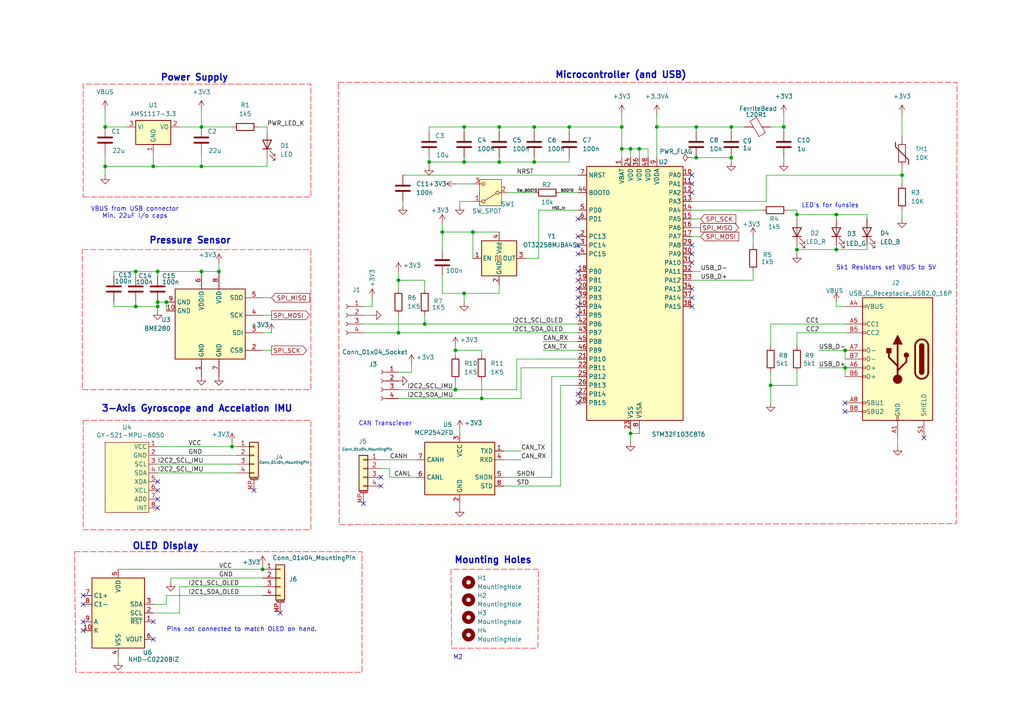
<source format=kicad_sch>
(kicad_sch (version 20250114) (generator "eeschema") (generator_version "9.0")
  (paper "A4")
  (title_block (title "EcoCar Onboarding PCB") (date "2025-09-13") (rev "0.1") (company "EcoCar"))
  (text "Pressure Sensor\n" (at 55.118 69.85 0) (effects (font (size 1.905 1.905) (thickness 0.381) (bold yes))))
  (text "OLED Display\n" (at 48.006 158.496 0) (effects (font (size 1.905 1.905) (thickness 0.381) (bold yes))))
  (text "Mounting Holes" (at 143.002 162.56 0) (effects (font (size 1.905 1.905) (thickness 0.381) (bold yes))))
  (text "Pins not connected to match OLED on hand.\n" (at 70.104 182.626 0) (effects (font (size 1.27 1.27) (thickness 0.1588))))
  (text "Microcontroller (and USB)\n" (at 180.086 21.844 0) (effects (font (size 1.905 1.905) (thickness 0.381) (bold yes))))
  (text "LED's for funsies\n" (at 240.792 59.69 0) (effects (font (size 1.27 1.27))))
  (text "Power Supply\n" (at 56.388 22.606 0) (effects (font (size 1.905 1.905) (thickness 0.381) (bold yes))))
  (text "VBUS from USB connector\nMin. 22uF i/o caps\n" (at 39.116 61.722 0) (effects (font (size 1.27 1.27))))
  (text "M2\n" (at 132.842 190.754 0) (effects (font (size 1.27 1.27) (thickness 0.1588))))
  (text "CAN Transciever" (at 111.76 122.936 0) (effects (font (size 1.27 1.27))))
  (text "3-Axis Gyroscope and Accelation IMU\n\n" (at 57.15 120.142 0) (effects (font (size 1.905 1.905) (thickness 0.381) (bold yes))))
  (text "5k1 Resistors set VBUS to 5V\n" (at 257.048 77.724 0) (effects (font (size 1.27 1.27))))
  (junction (at 144.78 46.99))
  (junction (at 154.94 46.99))
  (junction (at 132.08 101.6))
  (junction (at 212.09 45.72))
  (junction (at 30.48 36.83))
  (junction (at 134.62 36.83))
  (junction (at 245.11 106.68))
  (junction (at 242.57 72.39))
  (junction (at 231.14 62.23))
  (junction (at 45.72 87.63))
  (junction (at 58.42 48.26))
  (junction (at 30.48 48.26))
  (junction (at 134.62 85.09))
  (junction (at 201.93 45.72))
  (junction (at 115.57 81.28))
  (junction (at 63.5 78.74))
  (junction (at 182.88 125.73))
  (junction (at 182.88 43.18))
  (junction (at 58.42 36.83))
  (junction (at 128.27 67.31))
  (junction (at 44.45 48.26))
  (junction (at 212.09 36.83))
  (junction (at 261.62 50.8))
  (junction (at 137.16 67.31))
  (junction (at 165.1 36.83))
  (junction (at 124.46 46.99))
  (junction (at 132.08 113.03))
  (junction (at 144.78 36.83))
  (junction (at 242.57 62.23))
  (junction (at 39.37 78.74))
  (junction (at 227.33 36.83))
  (junction (at 48.26 87.63))
  (junction (at 134.62 46.99))
  (junction (at 39.37 88.9))
  (junction (at 58.42 78.74))
  (junction (at 45.72 78.74))
  (junction (at 223.52 111.76))
  (junction (at 201.93 36.83))
  (junction (at 139.7 115.57))
  (junction (at 154.94 36.83))
  (junction (at 180.34 43.18))
  (junction (at 245.11 101.6))
  (junction (at 231.14 72.39))
  (junction (at 190.5 36.83))
  (junction (at 185.42 43.18))
  (junction (at 123.19 93.98))
  (junction (at 76.2 165.1))
  (junction (at 45.72 88.9))
  (junction (at 180.34 36.83))
  (junction (at 67.31 129.54))
  (junction (at 115.57 96.52))
  (no_connect (at 44.45 185.42))
  (no_connect (at 200.66 73.66))
  (no_connect (at 167.64 116.84))
  (no_connect (at 110.49 138.43))
  (no_connect (at 167.64 86.36))
  (no_connect (at 167.64 81.28))
  (no_connect (at 105.41 146.05))
  (no_connect (at 24.13 180.34))
  (no_connect (at 167.64 83.82))
  (no_connect (at 200.66 88.9))
  (no_connect (at 200.66 83.82))
  (no_connect (at 45.72 142.24))
  (no_connect (at 81.28 177.8))
  (no_connect (at 167.64 71.12))
  (no_connect (at 200.66 55.88))
  (no_connect (at 167.64 78.74))
  (no_connect (at 167.64 91.44))
  (no_connect (at 200.66 76.2))
  (no_connect (at 200.66 53.34))
  (no_connect (at 200.66 71.12))
  (no_connect (at 245.11 116.84))
  (no_connect (at 200.66 86.36))
  (no_connect (at 110.49 140.97))
  (no_connect (at 167.64 63.5))
  (no_connect (at 167.64 68.58))
  (no_connect (at 73.66 142.24))
  (no_connect (at 45.72 144.78))
  (no_connect (at 167.64 114.3))
  (no_connect (at 45.72 139.7))
  (no_connect (at 200.66 50.8))
  (no_connect (at 167.64 88.9))
  (no_connect (at 24.13 172.72))
  (no_connect (at 45.72 147.32))
  (no_connect (at 24.13 182.88))
  (no_connect (at 245.11 119.38))
  (no_connect (at 44.45 180.34))
  (no_connect (at 167.64 73.66))
  (no_connect (at 267.97 127))
  (no_connect (at 24.13 175.26))
  (wire (pts (xy 52.07 170.18) (xy 52.07 177.8)))
  (wire (pts (xy 242.57 62.23) (xy 242.57 63.5)))
  (wire (pts (xy 33.02 78.74) (xy 39.37 78.74)))
  (wire (pts (xy 144.78 46.99) (xy 154.94 46.99)))
  (wire (pts (xy 48.26 87.63) (xy 48.26 90.17)))
  (wire (pts (xy 200.66 78.74) (xy 203.2 78.74)))
  (wire (pts (xy 200.66 45.72) (xy 201.93 45.72)))
  (wire (pts (xy 251.46 72.39) (xy 242.57 72.39)))
  (wire (pts (xy 58.42 36.83) (xy 67.31 36.83)))
  (wire (pts (xy 261.62 50.8) (xy 222.25 50.8)))
  (wire (pts (xy 128.27 67.31) (xy 137.16 67.31)))
  (wire (pts (xy 245.11 101.6) (xy 245.11 104.14)))
  (wire (pts (xy 139.7 110.49) (xy 139.7 115.57)))
  (wire (pts (xy 157.48 99.06) (xy 167.64 99.06)))
  (wire (pts (xy 146.05 130.81) (xy 151.13 130.81)))
  (wire (pts (xy 180.34 43.18) (xy 180.34 45.72)))
  (wire (pts (xy 115.57 107.95) (xy 119.38 107.95)))
  (wire (pts (xy 124.46 46.99) (xy 124.46 48.26)))
  (wire (pts (xy 115.57 113.03) (xy 132.08 113.03)))
  (wire (pts (xy 113.03 135.89) (xy 110.49 135.89)))
  (wire (pts (xy 180.34 33.02) (xy 180.34 36.83)))
  (wire (pts (xy 182.88 43.18) (xy 185.42 43.18)))
  (wire (pts (xy 58.42 78.74) (xy 63.5 78.74)))
  (wire (pts (xy 227.33 45.72) (xy 227.33 46.99)))
  (wire (pts (xy 33.02 88.9) (xy 33.02 87.63)))
  (wire (pts (xy 147.32 55.88) (xy 154.94 55.88)))
  (wire (pts (xy 52.07 177.8) (xy 44.45 177.8)))
  (wire (pts (xy 144.78 36.83) (xy 134.62 36.83)))
  (wire (pts (xy 132.08 100.33) (xy 132.08 101.6)))
  (wire (pts (xy 151.13 106.68) (xy 167.64 106.68)))
  (wire (pts (xy 242.57 71.12) (xy 242.57 72.39)))
  (wire (pts (xy 182.88 125.73) (xy 185.42 125.73)))
  (wire (pts (xy 52.07 36.83) (xy 58.42 36.83)))
  (wire (pts (xy 123.19 93.98) (xy 167.64 93.98)))
  (wire (pts (xy 200.66 66.04) (xy 203.2 66.04)))
  (wire (pts (xy 39.37 88.9) (xy 39.37 87.63)))
  (wire (pts (xy 151.13 106.68) (xy 151.13 115.57)))
  (wire (pts (xy 144.78 46.99) (xy 134.62 46.99)))
  (wire (pts (xy 105.41 88.9) (xy 107.95 88.9)))
  (wire (pts (xy 30.48 48.26) (xy 30.48 50.8)))
  (wire (pts (xy 167.64 109.22) (xy 160.02 109.22)))
  (wire (pts (xy 156.21 60.96) (xy 167.64 60.96)))
  (wire (pts (xy 167.64 111.76) (xy 162.56 111.76)))
  (wire (pts (xy 156.21 60.96) (xy 156.21 74.93)))
  (wire (pts (xy 231.14 96.52) (xy 245.11 96.52)))
  (wire (pts (xy 223.52 93.98) (xy 223.52 100.33)))
  (wire (pts (xy 139.7 101.6) (xy 139.7 102.87)))
  (wire (pts (xy 132.08 113.03) (xy 149.86 113.03)))
  (wire (pts (xy 105.41 96.52) (xy 115.57 96.52)))
  (wire (pts (xy 261.62 50.8) (xy 261.62 53.34)))
  (wire (pts (xy 63.5 76.2) (xy 63.5 78.74)))
  (wire (pts (xy 128.27 72.39) (xy 128.27 67.31)))
  (wire (pts (xy 223.52 111.76) (xy 231.14 111.76)))
  (wire (pts (xy 182.88 125.73) (xy 182.88 124.46)))
  (wire (pts (xy 45.72 78.74) (xy 58.42 78.74)))
  (wire (pts (xy 45.72 134.62) (xy 68.58 134.62)))
  (wire (pts (xy 154.94 36.83) (xy 154.94 38.1)))
  (wire (pts (xy 162.56 140.97) (xy 146.05 140.97)))
  (wire (pts (xy 242.57 87.63) (xy 242.57 88.9)))
  (wire (pts (xy 165.1 36.83) (xy 165.1 38.1)))
  (wire (pts (xy 180.34 43.18) (xy 182.88 43.18)))
  (wire (pts (xy 134.62 46.99) (xy 124.46 46.99)))
  (wire (pts (xy 134.62 45.72) (xy 134.62 46.99)))
  (wire (pts (xy 39.37 88.9) (xy 45.72 88.9)))
  (wire (pts (xy 223.52 107.95) (xy 223.52 111.76)))
  (wire (pts (xy 113.03 138.43) (xy 113.03 135.89)))
  (wire (pts (xy 237.49 106.68) (xy 245.11 106.68)))
  (wire (pts (xy 152.4 74.93) (xy 156.21 74.93)))
  (wire (pts (xy 76.2 86.36) (xy 78.74 86.36)))
  (wire (pts (xy 231.14 73.66) (xy 231.14 72.39)))
  (wire (pts (xy 105.41 91.44) (xy 107.95 91.44)))
  (wire (pts (xy 167.64 101.6) (xy 157.48 101.6)))
  (wire (pts (xy 116.84 50.8) (xy 167.64 50.8)))
  (wire (pts (xy 231.14 62.23) (xy 242.57 62.23)))
  (wire (pts (xy 77.47 45.72) (xy 77.47 48.26)))
  (wire (pts (xy 128.27 64.77) (xy 128.27 67.31)))
  (wire (pts (xy 200.66 63.5) (xy 203.2 63.5)))
  (wire (pts (xy 39.37 78.74) (xy 39.37 80.01)))
  (wire (pts (xy 39.37 78.74) (xy 45.72 78.74)))
  (wire (pts (xy 49.53 167.64) (xy 76.2 167.64)))
  (wire (pts (xy 185.42 125.73) (xy 185.42 124.46)))
  (wire (pts (xy 124.46 36.83) (xy 124.46 38.1)))
  (wire (pts (xy 45.72 137.16) (xy 68.58 137.16)))
  (wire (pts (xy 74.93 36.83) (xy 77.47 36.83)))
  (wire (pts (xy 182.88 43.18) (xy 182.88 45.72)))
  (wire (pts (xy 44.45 48.26) (xy 58.42 48.26)))
  (wire (pts (xy 133.35 58.42) (xy 137.16 58.42)))
  (wire (pts (xy 33.02 88.9) (xy 39.37 88.9)))
  (wire (pts (xy 45.72 87.63) (xy 48.26 87.63)))
  (wire (pts (xy 132.08 101.6) (xy 132.08 102.87)))
  (wire (pts (xy 231.14 72.39) (xy 231.14 71.12)))
  (wire (pts (xy 110.49 133.35) (xy 120.65 133.35)))
  (wire (pts (xy 187.96 43.18) (xy 187.96 45.72)))
  (wire (pts (xy 48.26 172.72) (xy 48.26 175.26)))
  (wire (pts (xy 134.62 36.83) (xy 134.62 38.1)))
  (wire (pts (xy 132.08 53.34) (xy 137.16 53.34)))
  (wire (pts (xy 227.33 33.02) (xy 227.33 36.83)))
  (wire (pts (xy 218.44 78.74) (xy 218.44 81.28)))
  (wire (pts (xy 227.33 36.83) (xy 223.52 36.83)))
  (wire (pts (xy 223.52 111.76) (xy 223.52 116.84)))
  (wire (pts (xy 160.02 109.22) (xy 160.02 138.43)))
  (wire (pts (xy 45.72 132.08) (xy 68.58 132.08)))
  (wire (pts (xy 231.14 62.23) (xy 231.14 63.5)))
  (wire (pts (xy 162.56 111.76) (xy 162.56 140.97)))
  (wire (pts (xy 190.5 36.83) (xy 190.5 45.72)))
  (wire (pts (xy 200.66 81.28) (xy 218.44 81.28)))
  (wire (pts (xy 231.14 100.33) (xy 231.14 96.52)))
  (wire (pts (xy 132.08 101.6) (xy 139.7 101.6)))
  (wire (pts (xy 137.16 67.31) (xy 137.16 74.93)))
  (wire (pts (xy 105.41 93.98) (xy 123.19 93.98)))
  (wire (pts (xy 76.2 163.83) (xy 76.2 165.1)))
  (wire (pts (xy 58.42 44.45) (xy 58.42 48.26)))
  (wire (pts (xy 223.52 93.98) (xy 245.11 93.98)))
  (wire (pts (xy 132.08 110.49) (xy 132.08 113.03)))
  (wire (pts (xy 144.78 82.55) (xy 144.78 85.09)))
  (wire (pts (xy 44.45 44.45) (xy 44.45 48.26)))
  (wire (pts (xy 119.38 105.41) (xy 119.38 107.95)))
  (wire (pts (xy 201.93 36.83) (xy 201.93 38.1)))
  (wire (pts (xy 212.09 36.83) (xy 215.9 36.83)))
  (wire (pts (xy 149.86 104.14) (xy 167.64 104.14)))
  (wire (pts (xy 45.72 88.9) (xy 45.72 87.63)))
  (wire (pts (xy 128.27 85.09) (xy 134.62 85.09)))
  (wire (pts (xy 115.57 115.57) (xy 139.7 115.57)))
  (wire (pts (xy 76.2 91.44) (xy 78.74 91.44)))
  (wire (pts (xy 261.62 33.02) (xy 261.62 39.37)))
  (wire (pts (xy 228.6 60.96) (xy 231.14 60.96)))
  (wire (pts (xy 190.5 36.83) (xy 201.93 36.83)))
  (wire (pts (xy 165.1 36.83) (xy 154.94 36.83)))
  (wire (pts (xy 251.46 62.23) (xy 251.46 63.5)))
  (wire (pts (xy 261.62 49.53) (xy 261.62 50.8)))
  (wire (pts (xy 45.72 90.17) (xy 45.72 88.9)))
  (wire (pts (xy 34.29 165.1) (xy 76.2 165.1)))
  (wire (pts (xy 34.29 190.5) (xy 34.29 191.77)))
  (wire (pts (xy 137.16 67.31) (xy 144.78 67.31)))
  (wire (pts (xy 251.46 71.12) (xy 251.46 72.39)))
  (wire (pts (xy 115.57 83.82) (xy 115.57 81.28)))
  (wire (pts (xy 185.42 43.18) (xy 185.42 45.72)))
  (wire (pts (xy 144.78 36.83) (xy 154.94 36.83)))
  (wire (pts (xy 113.03 138.43) (xy 120.65 138.43)))
  (wire (pts (xy 76.2 96.52) (xy 78.74 96.52)))
  (wire (pts (xy 231.14 60.96) (xy 231.14 62.23)))
  (wire (pts (xy 190.5 33.02) (xy 190.5 36.83)))
  (wire (pts (xy 58.42 31.75) (xy 58.42 36.83)))
  (wire (pts (xy 123.19 81.28) (xy 115.57 81.28)))
  (wire (pts (xy 260.35 127) (xy 260.35 129.54)))
  (wire (pts (xy 162.56 55.88) (xy 167.64 55.88)))
  (wire (pts (xy 222.25 58.42) (xy 200.66 58.42)))
  (wire (pts (xy 133.35 125.73) (xy 133.35 124.46)))
  (wire (pts (xy 231.14 107.95) (xy 231.14 111.76)))
  (wire (pts (xy 107.95 86.36) (xy 107.95 88.9)))
  (wire (pts (xy 115.57 91.44) (xy 115.57 96.52)))
  (wire (pts (xy 144.78 45.72) (xy 144.78 46.99)))
  (wire (pts (xy 165.1 46.99) (xy 154.94 46.99)))
  (wire (pts (xy 201.93 36.83) (xy 212.09 36.83)))
  (wire (pts (xy 144.78 36.83) (xy 144.78 38.1)))
  (wire (pts (xy 115.57 78.74) (xy 115.57 81.28)))
  (wire (pts (xy 212.09 45.72) (xy 212.09 46.99)))
  (wire (pts (xy 133.35 147.32) (xy 133.35 146.05)))
  (wire (pts (xy 115.57 96.52) (xy 167.64 96.52)))
  (wire (pts (xy 30.48 36.83) (xy 36.83 36.83)))
  (wire (pts (xy 49.53 167.64) (xy 49.53 168.91)))
  (wire (pts (xy 261.62 60.96) (xy 261.62 63.5)))
  (wire (pts (xy 134.62 85.09) (xy 144.78 85.09)))
  (wire (pts (xy 227.33 36.83) (xy 227.33 38.1)))
  (wire (pts (xy 67.31 128.27) (xy 67.31 129.54)))
  (wire (pts (xy 68.58 129.54) (xy 67.31 129.54)))
  (wire (pts (xy 30.48 48.26) (xy 44.45 48.26)))
  (wire (pts (xy 185.42 43.18) (xy 187.96 43.18)))
  (wire (pts (xy 180.34 36.83) (xy 180.34 43.18)))
  (wire (pts (xy 182.88 125.73) (xy 182.88 128.27)))
  (wire (pts (xy 180.34 36.83) (xy 165.1 36.83)))
  (wire (pts (xy 30.48 44.45) (xy 30.48 48.26)))
  (wire (pts (xy 154.94 45.72) (xy 154.94 46.99)))
  (wire (pts (xy 123.19 91.44) (xy 123.19 93.98)))
  (wire (pts (xy 67.31 129.54) (xy 45.72 129.54)))
  (wire (pts (xy 242.57 72.39) (xy 231.14 72.39)))
  (wire (pts (xy 222.25 50.8) (xy 222.25 58.42)))
  (wire (pts (xy 200.66 60.96) (xy 220.98 60.96)))
  (wire (pts (xy 146.05 133.35) (xy 151.13 133.35)))
  (wire (pts (xy 77.47 36.83) (xy 77.47 38.1)))
  (wire (pts (xy 128.27 80.01) (xy 128.27 85.09)))
  (wire (pts (xy 237.49 101.6) (xy 245.11 101.6)))
  (wire (pts (xy 165.1 45.72) (xy 165.1 46.99)))
  (wire (pts (xy 116.84 59.69) (xy 116.84 58.42)))
  (wire (pts (xy 200.66 68.58) (xy 203.2 68.58)))
  (wire (pts (xy 245.11 106.68) (xy 245.11 109.22)))
  (wire (pts (xy 134.62 36.83) (xy 124.46 36.83)))
  (wire (pts (xy 134.62 85.09) (xy 134.62 87.63)))
  (wire (pts (xy 133.35 59.69) (xy 133.35 58.42)))
  (wire (pts (xy 30.48 31.75) (xy 30.48 36.83)))
  (wire (pts (xy 33.02 78.74) (xy 33.02 80.01)))
  (wire (pts (xy 123.19 83.82) (xy 123.19 81.28)))
  (wire (pts (xy 139.7 115.57) (xy 151.13 115.57)))
  (wire (pts (xy 48.26 172.72) (xy 76.2 172.72)))
  (wire (pts (xy 77.47 48.26) (xy 58.42 48.26)))
  (wire (pts (xy 212.09 36.83) (xy 212.09 38.1)))
  (wire (pts (xy 45.72 78.74) (xy 45.72 80.01)))
  (wire (pts (xy 218.44 68.58) (xy 218.44 71.12)))
  (wire (pts (xy 201.93 45.72) (xy 212.09 45.72)))
  (wire (pts (xy 52.07 170.18) (xy 76.2 170.18)))
  (wire (pts (xy 242.57 62.23) (xy 251.46 62.23)))
  (wire (pts (xy 242.57 88.9) (xy 245.11 88.9)))
  (wire (pts (xy 146.05 138.43) (xy 160.02 138.43)))
  (wire (pts (xy 149.86 113.03) (xy 149.86 104.14)))
  (wire (pts (xy 78.74 101.6) (xy 76.2 101.6)))
  (wire (pts (xy 48.26 175.26) (xy 44.45 175.26)))
  (wire (pts (xy 124.46 45.72) (xy 124.46 46.99)))
  (label "CANH" (at 113.03 133.35 0))
  (label "GND" (at 54.61 132.08 0))
  (label "CC1" (at 233.68 93.98 0))
  (label "I2C2_SCL_IMU" (at 45.72 134.62 0))
  (label "CAN_RX" (at 151.13 133.35 0))
  (label "CC2" (at 233.68 96.52 0))
  (label "USB_D+" (at 203.2 81.28 0))
  (label "USB_D-" (at 237.49 101.6 0))
  (label "CAN_RX" (at 157.48 99.06 0))
  (label "PWR_LED_K" (at 77.47 36.83 0))
  (label "GND" (at 63.5 167.64 0))
  (label "I2C1_SDA_OLED" (at 148.59 96.52 0))
  (label "CAN_TX" (at 157.48 101.6 0))
  (label "I2C1_SDA_OLED" (at 54.61 172.72 0))
  (label "I2C2_SCL_IMU" (at 118.11 113.03 0))
  (label "USB_D-" (at 203.2 78.74 0))
  (label "CAN_TX" (at 151.13 130.81 0))
  (label "HSE_in" (at 160.02 60.96 0) (effects (font (size 0.762 0.762))))
  (label "I2C2_SCL_IMU" (at 45.72 137.16 0))
  (label "STD" (at 149.86 140.97 0))
  (label "USB_D+" (at 237.49 106.68 0))
  (label "CANL" (at 114.3 138.43 0))
  (label "BOOT0" (at 162.56 55.88 0) (effects (font (size 0.762 0.762))))
  (label "SW_BOOT0" (at 149.86 55.88 0) (effects (font (size 0.762 0.762))))
  (label "I2C1_SCL_OLED" (at 148.59 93.98 0))
  (label "I2C1_SCL_OLED" (at 54.61 170.18 0))
  (label "VCC" (at 63.5 165.1 0))
  (label "VCC" (at 54.61 129.54 0))
  (label "NRST" (at 149.86 50.8 0))
  (label "SHDN" (at 149.86 138.43 0))
  (label "I2C2_SDA_IMU" (at 118.11 115.57 0))
  (global_label "SPI_MISO" (shape output) (at 203.2 66.04 0) (property "Intersheetrefs" "${INTERSHEET_REFS}" (effects (hide yes))))
  (global_label "SPI_MOSI" (shape input) (at 203.2 68.58 0) (property "Intersheetrefs" "${INTERSHEET_REFS}" (effects (hide yes))))
  (global_label "SPI_SCK" (shape output) (at 78.74 101.6 0) (property "Intersheetrefs" "${INTERSHEET_REFS}" (effects (hide yes))))
  (global_label "SPI_MISO" (shape input) (at 78.74 86.36 0) (property "Intersheetrefs" "${INTERSHEET_REFS}" (effects (hide yes))))
  (global_label "SPI_SCK" (shape input) (at 203.2 63.5 0) (property "Intersheetrefs" "${INTERSHEET_REFS}" (effects (hide yes))))
  (global_label "SPI_MOSI" (shape output) (at 78.74 91.44 0) (property "Intersheetrefs" "${INTERSHEET_REFS}" (effects (hide yes))))
  (rule_area (polyline (pts (xy 24.13 57.15) (xy 90.17 57.15) (xy 90.17 24.384) (xy 24.13 24.384)) (stroke (width 0) (type dash))))
  (rule_area (polyline (pts (xy 23.876 72.39) (xy 90.17 72.39) (xy 90.17 113.03) (xy 23.876 113.03)) (stroke (width 0) (type dash))))
  (rule_area (polyline (pts (xy 98.133 23.864) (xy 277.584 23.864) (xy 277.33 151.88) (xy 98.387 152.134)) (stroke (width 0) (type dash))))
  (rule_area (polyline (pts (xy 24.13 121.92) (xy 90.17 121.92) (xy 90.17 153.67) (xy 24.13 153.67)) (stroke (width 0) (type dash))))
  (rule_area (polyline (pts (xy 21.59 160.02) (xy 105 160) (xy 105 195) (xy 22 195)) (stroke (width 0) (type dash))))
  (rule_area (polyline (pts (xy 130.81 165.1) (xy 131 188) (xy 156 188) (xy 156.21 165.1)) (stroke (width 0) (type dash))))
  (symbol (lib_id "Device:C") (at 165.1 41.91 0) (unit 1)
    (property "Reference" "C7" (at 168.91 40.6399 0) (effects (justify left)))
    (property "Value" "100n" (at 168.91 43.1799 0) (effects (justify left)))
    (property "Footprint" "Capacitor_SMD:C_0805_2012Metric_Pad1.18x1.45mm_HandSolder" (effects (hide yes)))
    (property "Description" "Unpolarized capacitor" (effects (hide yes)))
  )
  (symbol (lib_id "power:GND") (at 45.72 90.17 0) (unit 1)
    (property "Reference" "#PWR023" (effects (hide yes)))
    (property "Value" "GND" (effects (hide yes)))
    (property "Description" "Power symbol creates a global label with name \"GND\" , ground" (effects (hide yes)))
  )
  (symbol (lib_id "Device:Thermistor") (at 261.62 44.45 0) (unit 1)
    (property "Reference" "TH1" (at 265.43 43.1799 0) (effects (justify left)))
    (property "Value" "10K" (at 265.43 45.7199 0) (effects (justify left)))
    (property "Footprint" "LED_THT:LED_D4.0mm" (effects (hide yes)))
    (property "Description" "Temperature dependent resistor" (effects (hide yes)))
  )
  (symbol (lib_id "MCU_ST_STM32F1:STM32F103C8Tx") (at 182.88 86.36 0) (unit 1)
    (property "Reference" "U2" (at 191.008 46.99 0) (effects (justify left)))
    (property "Value" "STM32F103C8T6" (at 188.976 125.984 0) (effects (justify left)))
    (property "Footprint" "Package_QFP:LQFP-48_7x7mm_P0.5mm" (effects (hide yes)))
    (property "Datasheet" "https://www.st.com/resource/en/datasheet/stm32f103c8.pdf" (effects (hide yes)))
    (property "Description" "STMicroelectronics Arm Cortex-M3 MCU, 64KB flash, 20KB RAM, 72 MHz, 2.0-3.6V, 37 GPIO, LQFP48" (effects (hide yes)))
  )
  (symbol (lib_id "Device:LED") (at 251.46 67.31 90) (unit 1)
    (property "Reference" "D4" (at 255.27 67.6274 90) (effects (justify right)))
    (property "Value" "LED_B" (at 255.27 70.1674 90) (effects (justify right)))
    (property "Footprint" "LED_SMD:LED_0603_1608Metric_Pad1.05x0.95mm_HandSolder" (effects (hide yes)))
    (property "Description" "Light emitting diode" (effects (hide yes)))
    (property "Sim.Pins" "1=K 2=A" (effects (hide yes)))
  )
  (symbol (lib_id "power:GND") (at 260.35 129.54 0) (unit 1)
    (property "Reference" "#PWR035" (effects (hide yes)))
    (property "Value" "GND" (effects (hide yes)))
    (property "Description" "Power symbol creates a global label with name \"GND\" , ground" (effects (hide yes)))
  )
  (symbol (lib_id "power:GND") (at 58.42 109.22 0) (unit 1)
    (property "Reference" "#PWR028" (effects (hide yes)))
    (property "Value" "GND" (effects (hide yes)))
    (property "Description" "Power symbol creates a global label with name \"GND\" , ground" (effects (hide yes)))
  )
  (symbol (lib_id "power:GND") (at 134.62 87.63 0) (unit 1)
    (property "Reference" "#PWR021" (effects (hide yes)))
    (property "Value" "GND" (effects (hide yes)))
    (property "Description" "Power symbol creates a global label with name \"GND\" , ground" (effects (hide yes)))
  )
  (symbol (lib_id "Connector:USB_C_Receptacle_USB2.0_16P") (at 260.35 104.14 0) (mirror y) (unit 1)
    (property "Reference" "J2" (at 258.572 82.042 0) (effects (justify right)))
    (property "Value" "USB_C_Receptacle_USB2.0_16P" (at 246.126 85.09 0) (effects (justify right)))
    (property "Footprint" "Connector_USB:USB_C_Receptacle_Palconn_UTC16-G" (effects (hide yes)))
    (property "Datasheet" "https://www.usb.org/sites/default/files/documents/usb_type-c.zip" (effects (hide yes)))
    (property "Description" "USB 2.0-only 16P Type-C Receptacle connector" (effects (hide yes)))
  )
  (symbol (lib_id "Device:C") (at 212.09 41.91 0) (unit 1)
    (property "Reference" "C9" (at 215.392 40.894 0) (effects (justify left)))
    (property "Value" "1u" (at 215.392 42.926 0) (effects (justify left)))
    (property "Footprint" "Capacitor_SMD:C_0805_2012Metric_Pad1.18x1.45mm_HandSolder" (effects (hide yes)))
    (property "Description" "Unpolarized capacitor" (effects (hide yes)))
  )
  (symbol (lib_id "Connector_Generic_MountingPin:Conn_01x04_MountingPin") (at 73.66 132.08 0) (unit 1)
    (property "Reference" "J4" (at 79.756 132.588 0) (effects (justify left)))
    (property "Value" "Conn_01x04_MountingPin" (at 75.184 134.112 0) (effects (font (size 0.762 0.762)) (justify left)))
    (property "Description" "Generic connectable mounting pin connector, single row, 01x04, script generated (kicad-library-utils/schlib/autogen/connector/)" (effects (hide yes)))
  )
  (symbol (lib_id "Mechanical:MountingHole") (at 135.89 168.91 0) (unit 1) (in_bom no)
    (property "Reference" "H1" (at 138.43 167.6399 0) (effects (justify left)))
    (property "Value" "MountingHole" (at 138.43 170.1799 0) (effects (justify left)))
    (property "Footprint" "MountingHole:MountingHole_2.2mm_M2" (effects (hide yes)))
    (property "Description" "Mounting Hole without connection" (effects (hide yes)))
  )
  (symbol (lib_id "Device:R") (at 158.75 55.88 90) (unit 1)
    (property "Reference" "R2" (at 158.496 53.594 90))
    (property "Value" "10k" (at 158.75 58.674 90))
    (property "Footprint" "Resistor_SMD:R_0805_2012Metric_Pad1.20x1.40mm_HandSolder" (effects (hide yes)))
    (property "Description" "Resistor" (effects (hide yes)))
  )
  (symbol (lib_id "power:GND") (at 107.95 91.44 90) (unit 1)
    (property "Reference" "#PWR024" (effects (hide yes)))
    (property "Value" "GND" (effects (hide yes)))
    (property "Description" "Power symbol creates a global label with name \"GND\" , ground" (effects (hide yes)))
  )
  (symbol (lib_id "Device:R") (at 115.57 87.63 0) (unit 1)
    (property "Reference" "R6" (at 118.11 86.3599 0) (effects (justify left)))
    (property "Value" "1K5" (at 118.11 88.8999 0) (effects (justify left)))
    (property "Footprint" "Resistor_SMD:R_0805_2012Metric_Pad1.20x1.40mm_HandSolder" (effects (hide yes)))
    (property "Description" "Resistor" (effects (hide yes)))
  )
  (symbol (lib_id "Sensor:BME280") (at 60.96 93.98 0) (unit 1)
    (property "Reference" "U3" (at 49.53 92.7099 0) (effects (justify right)))
    (property "Value" "BME280" (at 49.53 95.2499 0) (effects (justify right)))
    (property "Footprint" "Package_LGA:Rohm_MLGA010V020A_LGA-10_2x2mm_P0.45mm_LayoutBorder2x3y" (effects (hide yes)))
    (property "Datasheet" "https://www.bosch-sensortec.com/media/boschsensortec/downloads/datasheets/bst-bme280-ds002.pdf" (effects (hide yes)))
    (property "Description" "3-in-1 sensor, humidity, pressure, temperature, I2C and SPI interface, 1.71-3.6V, LGA-8" (effects (hide yes)))
  )
  (symbol (lib_id "power:+3V3") (at 218.44 68.58 0) (unit 1)
    (property "Reference" "#PWR016" (effects (hide yes)))
    (property "Value" "+3V3" (at 217.932 65.024 0))
    (property "Description" "Power symbol creates a global label with name \"+3V3\"" (effects (hide yes)))
  )
  (symbol (lib_id "power:+3V3") (at 133.35 124.46 0) (unit 1)
    (property "Reference" "#PWR032" (effects (hide yes)))
    (property "Value" "+3V3" (at 134.62 122.682 0) (effects (justify left)))
    (property "Description" "Power symbol creates a global label with name \"+3V3\"" (effects (hide yes)))
  )
  (symbol (lib_id "Switch:SW_SPDT") (at 142.24 55.88 180) (unit 1)
    (property "Reference" "SW1" (at 147.32 59.182 0))
    (property "Value" "SW_SPDT" (at 141.224 61.214 0))
    (property "Footprint" "Button_Switch_SMD:SW_SPDT_CK_JS102011SAQN" (effects (hide yes)))
    (property "Description" "Switch, single pole double throw" (effects (hide yes)))
  )
  (symbol (lib_id "Device:C") (at 134.62 41.91 0) (unit 1)
    (property "Reference" "C4" (at 138.43 40.6399 0) (effects (justify left)))
    (property "Value" "100n" (at 138.43 43.1799 0) (effects (justify left)))
    (property "Footprint" "Capacitor_SMD:C_0805_2012Metric_Pad1.18x1.45mm_HandSolder" (effects (hide yes)))
    (property "Description" "Unpolarized capacitor" (effects (hide yes)))
  )
  (symbol (lib_id "power:PWR_FLAG") (at 200.66 45.72 90) (unit 1)
    (property "Reference" "#FLG01" (effects (hide yes)))
    (property "Value" "PWR_FLAG" (at 200.914 43.942 90) (effects (justify left)))
    (property "Description" "Special symbol for telling ERC where power comes from" (effects (hide yes)))
  )
  (symbol (lib_id "power:GND") (at 261.62 63.5 0) (unit 1)
    (property "Reference" "#PWR014" (effects (hide yes)))
    (property "Value" "GND" (effects (hide yes)))
    (property "Description" "Power symbol creates a global label with name \"GND\" , ground" (effects (hide yes)))
  )
  (symbol (lib_id "power:GND") (at 182.88 128.27 0) (unit 1)
    (property "Reference" "#PWR034" (effects (hide yes)))
    (property "Value" "GND" (effects (hide yes)))
    (property "Description" "Power symbol creates a global label with name \"GND\" , ground" (effects (hide yes)))
  )
  (symbol (lib_id "Device:R") (at 139.7 106.68 0) (unit 1)
    (property "Reference" "R11" (at 142.24 105.4099 0) (effects (justify left)))
    (property "Value" "1K5" (at 142.24 107.9499 0) (effects (justify left)))
    (property "Footprint" "Resistor_SMD:R_0805_2012Metric_Pad1.20x1.40mm_HandSolder" (effects (hide yes)))
    (property "Description" "Resistor" (effects (hide yes)))
  )
  (symbol (lib_id "power:GND") (at 231.14 73.66 0) (unit 1)
    (property "Reference" "#PWR017" (effects (hide yes)))
    (property "Value" "GND" (effects (hide yes)))
    (property "Description" "Power symbol creates a global label with name \"GND\" , ground" (effects (hide yes)))
  )
  (symbol (lib_id "power:VBUS") (at 30.48 31.75 0) (unit 1)
    (property "Reference" "#PWR01" (effects (hide yes)))
    (property "Value" "VBUS" (at 30.48 26.67 0))
    (property "Description" "Power symbol creates a global label with name \"VBUS\"" (effects (hide yes)))
  )
  (symbol (lib_id "power:GND") (at 115.57 110.49 90) (unit 1)
    (property "Reference" "#PWR030" (effects (hide yes)))
    (property "Value" "GND" (effects (hide yes)))
    (property "Description" "Power symbol creates a global label with name \"GND\" , ground" (effects (hide yes)))
  )
  (symbol (lib_id "power:+3V3") (at 67.31 128.27 0) (unit 1)
    (property "Reference" "#PWR033" (effects (hide yes)))
    (property "Value" "+3V3" (at 64.008 125.984 0))
    (property "Description" "Power symbol creates a global label with name \"+3V3\"" (effects (hide yes)))
  )
  (symbol (lib_id "Mechanical:MountingHole") (at 135.89 173.99 0) (unit 1) (in_bom no)
    (property "Reference" "H2" (at 138.43 172.7199 0) (effects (justify left)))
    (property "Value" "MountingHole" (at 138.43 175.2599 0) (effects (justify left)))
    (property "Footprint" "MountingHole:MountingHole_2.2mm_M2" (effects (hide yes)))
    (property "Description" "Mounting Hole without connection" (effects (hide yes)))
  )
  (symbol (lib_id "power:GND") (at 212.09 46.99 0) (unit 1)
    (property "Reference" "#PWR07" (effects (hide yes)))
    (property "Value" "GND" (effects (hide yes)))
    (property "Description" "Power symbol creates a global label with name \"GND\" , ground" (effects (hide yes)))
  )
  (symbol (lib_id "power:GND") (at 34.29 191.77 0) (unit 1)
    (property "Reference" "#PWR039" (effects (hide yes)))
    (property "Value" "GND" (effects (hide yes)))
    (property "Description" "Power symbol creates a global label with name \"GND\" , ground" (effects (hide yes)))
  )
  (symbol (lib_id "Mechanical:MountingHole") (at 135.89 184.15 0) (unit 1) (in_bom no)
    (property "Reference" "H4" (at 138.43 182.8799 0) (effects (justify left)))
    (property "Value" "MountingHole" (at 138.43 185.4199 0) (effects (justify left)))
    (property "Footprint" "MountingHole:MountingHole_2.2mm_M2" (effects (hide yes)))
    (property "Description" "Mounting Hole without connection" (effects (hide yes)))
  )
  (symbol (lib_id "power:+3V3") (at 115.57 78.74 0) (unit 1)
    (property "Reference" "#PWR019" (effects (hide yes)))
    (property "Value" "+3V3" (at 116.84 76.962 0) (effects (justify left)))
    (property "Description" "Power symbol creates a global label with name \"+3V3\"" (effects (hide yes)))
  )
  (symbol (lib_id "Mechanical:MountingHole") (at 135.89 179.07 0) (unit 1) (in_bom no)
    (property "Reference" "H3" (at 138.43 177.7999 0) (effects (justify left)))
    (property "Value" "MountingHole" (at 138.43 180.3399 0) (effects (justify left)))
    (property "Footprint" "MountingHole:MountingHole_2.2mm_M2" (effects (hide yes)))
    (property "Description" "Mounting Hole without connection" (effects (hide yes)))
  )
  (symbol (lib_id "power:+3.3VA") (at 190.5 33.02 0) (unit 1)
    (property "Reference" "#PWR04" (effects (hide yes)))
    (property "Value" "+3.3VA" (at 190.5 27.94 0))
    (property "Description" "Power symbol creates a global label with name \"+3.3VA\"" (effects (hide yes)))
  )
  (symbol (lib_id "power:GND") (at 116.84 59.69 0) (unit 1)
    (property "Reference" "#PWR012" (effects (hide yes)))
    (property "Value" "GND" (effects (hide yes)))
    (property "Description" "Power symbol creates a global label with name \"GND\" , ground" (effects (hide yes)))
  )
  (symbol (lib_id "power:+3V3") (at 128.27 64.77 0) (unit 1)
    (property "Reference" "#PWR015" (effects (hide yes)))
    (property "Value" "+3V3" (at 124.968 60.96 0) (effects (justify left)))
    (property "Description" "Power symbol creates a global label with name \"+3V3\"" (effects (hide yes)))
  )
  (symbol (lib_id "Regulator_Linear:AMS1117-3.3") (at 44.45 36.83 0) (unit 1)
    (property "Reference" "U1" (at 44.45 30.48 0))
    (property "Value" "AMS1117-3.3" (at 44.45 33.02 0))
    (property "Footprint" "Package_TO_SOT_SMD:SOT-223-3_TabPin2" (effects (hide yes)))
    (property "Datasheet" "http://www.advanced-monolithic.com/pdf/ds1117.pdf" (effects (hide yes)))
    (property "Description" "1A Low Dropout regulator, positive, 3.3V fixed output, SOT-223" (effects (hide yes)))
  )
  (symbol (lib_id "power:GND") (at 133.35 59.69 0) (unit 1)
    (property "Reference" "#PWR013" (effects (hide yes)))
    (property "Value" "GND" (effects (hide yes)))
    (property "Description" "Power symbol creates a global label with name \"GND\" , ground" (effects (hide yes)))
  )
  (symbol (lib_id "Device:R") (at 218.44 74.93 0) (unit 1)
    (property "Reference" "R5" (at 221.234 73.914 0) (effects (justify left)))
    (property "Value" "1k5" (at 220.726 75.946 0) (effects (justify left)))
    (property "Footprint" "Resistor_SMD:R_0805_2012Metric_Pad1.20x1.40mm_HandSolder" (effects (hide yes)))
    (property "Description" "Resistor" (effects (hide yes)))
  )
  (symbol (lib_id "Device:LED") (at 242.57 67.31 90) (unit 1)
    (property "Reference" "D3" (at 245.618 67.818 90) (effects (justify right)))
    (property "Value" "LED_G" (at 245.364 70.612 90) (effects (justify right)))
    (property "Footprint" "LED_SMD:LED_0603_1608Metric_Pad1.05x0.95mm_HandSolder" (effects (hide yes)))
    (property "Description" "Light emitting diode" (effects (hide yes)))
    (property "Sim.Pins" "1=K 2=A" (effects (hide yes)))
  )
  (symbol (lib_id "Device:R") (at 224.79 60.96 270) (unit 1)
    (property "Reference" "R4" (at 224.536 63.5 90))
    (property "Value" "1k5" (at 224.536 65.786 90))
    (property "Footprint" "Resistor_SMD:R_0805_2012Metric_Pad1.20x1.40mm_HandSolder" (effects (hide yes)))
    (property "Description" "Resistor" (effects (hide yes)))
  )
  (symbol (lib_id "Device:FerriteBead") (at 219.71 36.83 270) (mirror x) (unit 1)
    (property "Reference" "120R1" (at 216.154 33.274 90) (effects (justify left)))
    (property "Value" "FerriteBead" (at 214.376 31.496 90) (effects (justify left)))
    (property "Footprint" "Ferrite_THT:LairdTech_28C0236-0JW-10" (effects (hide yes)))
    (property "Description" "Ferrite bead" (effects (hide yes)))
  )
  (symbol (lib_id "power:+3V3") (at 107.95 86.36 0) (unit 1)
    (property "Reference" "#PWR020" (effects (hide yes)))
    (property "Value" "+3V3" (at 107.95 83.312 90) (effects (justify left)))
    (property "Description" "Power symbol creates a global label with name \"+3V3\"" (effects (hide yes)))
  )
  (symbol (lib_id "Device:R") (at 132.08 106.68 0) (unit 1)
    (property "Reference" "R10" (at 134.62 105.4099 0) (effects (justify left)))
    (property "Value" "1K5" (at 134.62 107.9499 0) (effects (justify left)))
    (property "Footprint" "Resistor_SMD:R_0805_2012Metric_Pad1.20x1.40mm_HandSolder" (effects (hide yes)))
    (property "Description" "Resistor" (effects (hide yes)))
  )
  (symbol (lib_id "Device:C") (at 39.37 83.82 0) (unit 1)
    (property "Reference" "C14" (at 40.132 80.01 0) (effects (justify left)))
    (property "Value" "100n" (at 39.37 81.788 0) (effects (justify left)))
    (property "Footprint" "Capacitor_SMD:C_0805_2012Metric_Pad1.18x1.45mm_HandSolder" (effects (hide yes)))
    (property "Description" "Unpolarized capacitor" (effects (hide yes)))
  )
  (symbol (lib_id "Device:R") (at 123.19 87.63 0) (unit 1)
    (property "Reference" "R7" (at 125.73 87.376 0) (effects (justify left)))
    (property "Value" "1K5" (at 125.222 89.154 0) (effects (justify left)))
    (property "Footprint" "Resistor_SMD:R_0805_2012Metric_Pad1.20x1.40mm_HandSolder" (effects (hide yes)))
    (property "Description" "Resistor" (effects (hide yes)))
  )
  (symbol (lib_id "power:GND") (at 133.35 147.32 0) (unit 1)
    (property "Reference" "#PWR036" (effects (hide yes)))
    (property "Value" "GND" (effects (hide yes)))
    (property "Description" "Power symbol creates a global label with name \"GND\" , ground" (effects (hide yes)))
  )
  (symbol (lib_id "power:+3V3") (at 132.08 100.33 0) (unit 1)
    (property "Reference" "#PWR026" (effects (hide yes)))
    (property "Value" "+3V3" (at 133.35 98.552 0) (effects (justify left)))
    (property "Description" "Power symbol creates a global label with name \"+3V3\"" (effects (hide yes)))
  )
  (symbol (lib_id "Connector:Conn_01x04_Socket") (at 110.49 110.49 0) (mirror y) (unit 1)
    (property "Reference" "J3" (at 108.204 105.664 0))
    (property "Value" "Conn_01x04_Socket" (at 108.712 102.108 0))
    (property "Footprint" "Connector_Pin:Conn_01x04_pin" (effects (hide yes)))
    (property "Description" "Generic connector, single row, 01x04, script generated" (effects (hide yes)))
  )
  (symbol (lib_id "Device:C") (at 227.33 41.91 0) (unit 1)
    (property "Reference" "C10" (at 231.14 40.6399 0) (effects (justify left)))
    (property "Value" "1u" (at 231.14 43.1799 0) (effects (justify left)))
    (property "Footprint" "Capacitor_SMD:C_0805_2012Metric_Pad1.18x1.45mm_HandSolder" (effects (hide yes)))
    (property "Description" "Unpolarized capacitor" (effects (hide yes)))
  )
  (symbol (lib_id "power:GND") (at 124.46 48.26 0) (unit 1)
    (property "Reference" "#PWR09" (effects (hide yes)))
    (property "Value" "GND" (effects (hide yes)))
    (property "Description" "Power symbol creates a global label with name \"GND\" , ground" (effects (hide yes)))
  )
  (symbol (lib_id "Connector_Generic_MountingPin:Conn_01x04_MountingPin") (at 105.41 135.89 0) (mirror y) (unit 1)
    (property "Reference" "J5" (at 106.426 128.016 0) (effects (justify left)))
    (property "Value" "Conn_01x04_MountingPin" (at 113.792 130.302 0) (effects (font (size 0.762 0.762)) (justify left)))
    (property "Description" "Generic connectable mounting pin connector, single row, 01x04, script generated (kicad-library-utils/schlib/autogen/connector/)" (effects (hide yes)))
  )
  (symbol (lib_id "Device:LED") (at 231.14 67.31 90) (unit 1)
    (property "Reference" "D2" (at 234.95 67.6274 90) (effects (justify right)))
    (property "Value" "LED_R" (at 233.68 70.104 90) (effects (justify right)))
    (property "Footprint" "LED_SMD:LED_0603_1608Metric_Pad1.05x0.95mm_HandSolder" (effects (hide yes)))
    (property "Description" "Light emitting diode" (effects (hide yes)))
    (property "Sim.Pins" "1=K 2=A" (effects (hide yes)))
  )
  (symbol (lib_id "power:GND") (at 223.52 116.84 0) (unit 1)
    (property "Reference" "#PWR031" (effects (hide yes)))
    (property "Value" "GND" (effects (hide yes)))
    (property "Description" "Power symbol creates a global label with name \"GND\" , ground" (effects (hide yes)))
  )
  (symbol (lib_id "Device:C") (at 201.93 41.91 0) (unit 1)
    (property "Reference" "C8" (at 205.74 40.6399 0) (effects (justify left)))
    (property "Value" "10n" (at 205.74 43.1799 0) (effects (justify left)))
    (property "Footprint" "Capacitor_SMD:C_0805_2012Metric_Pad1.18x1.45mm_HandSolder" (effects (hide yes)))
    (property "Description" "Unpolarized capacitor" (effects (hide yes)))
  )
  (symbol (lib_id "power:+3V3") (at 119.38 105.41 0) (unit 1)
    (property "Reference" "#PWR027" (effects (hide yes)))
    (property "Value" "+3V3" (at 120.65 103.632 0) (effects (justify left)))
    (property "Description" "Power symbol creates a global label with name \"+3V3\"" (effects (hide yes)))
  )
  (symbol (lib_id "Device:C") (at 30.48 40.64 0) (unit 1)
    (property "Reference" "C1" (at 32.258 38.1 0) (effects (justify left)))
    (property "Value" "22u" (at 32.512 43.688 0) (effects (justify left)))
    (property "Footprint" "Capacitor_SMD:C_0805_2012Metric_Pad1.18x1.45mm_HandSolder" (effects (hide yes)))
    (property "Description" "Unpolarized capacitor" (effects (hide yes)))
  )
  (symbol (lib_id "power:+3V3") (at 180.34 33.02 0) (unit 1)
    (property "Reference" "#PWR03" (effects (hide yes)))
    (property "Value" "+3V3" (at 180.34 27.94 0))
    (property "Description" "Power symbol creates a global label with name \"+3V3\"" (effects (hide yes)))
  )
  (symbol (lib_id "Interface_CAN_LIN:TCAN330") (at 133.35 135.89 0) (mirror y) (unit 1)
    (property "Reference" "U5" (at 131.2067 123.19 0) (effects (justify left)))
    (property "Value" "MCP2542FD" (at 131.572 125.476 0) (effects (justify left)))
    (property "Footprint" "Audio_Module:SOIC8_4P9X3P9MC_MCH" (effects (hide yes)))
    (property "Datasheet" "http://www.ti.com/lit/ds/symlink/tcan337.pdf" (effects (hide yes)))
    (property "Description" "High-Speed CAN Transceiver, 1Mbps, 3.3V supply, silent mode, shutdown mode, SOT-23-8/SOIC-8" (effects (hide yes)))
  )
  (symbol (lib_id "Device:C") (at 45.72 83.82 0) (unit 1)
    (property "Reference" "C15" (at 46.99 80.01 0) (effects (justify left)))
    (property "Value" "100n" (at 46.99 81.788 0) (effects (justify left)))
    (property "Footprint" "Capacitor_SMD:C_0805_2012Metric_Pad1.18x1.45mm_HandSolder" (effects (hide yes)))
    (property "Description" "Unpolarized capacitor" (effects (hide yes)))
  )
  (symbol (lib_id "power:+3V3") (at 132.08 53.34 90) (unit 1)
    (property "Reference" "#PWR011" (effects (hide yes)))
    (property "Value" "+3V3" (at 129.54 53.34 90) (effects (justify left)))
    (property "Description" "Power symbol creates a global label with name \"+3V3\"" (effects (hide yes)))
  )
  (symbol (lib_id "Device:C") (at 58.42 40.64 0) (unit 1)
    (property "Reference" "C2" (at 60.198 38.1 0) (effects (justify left)))
    (property "Value" "22u" (at 60.452 43.688 0) (effects (justify left)))
    (property "Footprint" "Capacitor_SMD:C_0805_2012Metric_Pad1.18x1.45mm_HandSolder" (effects (hide yes)))
    (property "Description" "Unpolarized capacitor" (effects (hide yes)))
  )
  (symbol (lib_id "Connector_Generic_MountingPin:Conn_01x04_MountingPin") (at 81.28 167.64 0) (unit 1)
    (property "Reference" "J6" (at 83.82 167.9955 0) (effects (justify left)))
    (property "Value" "Conn_01x04_MountingPin" (at 78.994 161.798 0) (effects (justify left)))
    (property "Description" "Generic connectable mounting pin connector, single row, 01x04, script generated (kicad-library-utils/schlib/autogen/connector/)" (effects (hide yes)))
  )
  (symbol (lib_id "Device:C") (at 144.78 41.91 0) (unit 1)
    (property "Reference" "C5" (at 148.59 40.6399 0) (effects (justify left)))
    (property "Value" "100n" (at 148.59 43.1799 0) (effects (justify left)))
    (property "Footprint" "Capacitor_SMD:C_0805_2012Metric_Pad1.18x1.45mm_HandSolder" (effects (hide yes)))
    (property "Description" "Unpolarized capacitor" (effects (hide yes)))
  )
  (symbol (lib_id "Display_Character:NHD-C0220BIZ") (at 34.29 177.8 0) (mirror y) (unit 1)
    (property "Reference" "U6" (at 41.402 189.23 0) (effects (justify right)))
    (property "Value" "NHD-C0220BIZ" (at 37.084 191.262 0) (effects (justify right)))
    (property "Footprint" "Display:Adafruit_SSD1306_No_Mounting_Holes" (effects (hide yes)))
    (property "Datasheet" "http://www.newhavendisplay.com/specs/NHD-C0220BiZ-FSW-FBW-3V3M.pdf" (effects (hide yes)))
    (property "Description" "LCD 20x2 Alphanumeric 10pin Blue/White/Green Backlight, i2c, 3.3V VDD" (effects (hide yes)))
  )
  (symbol (lib_id "power:GND") (at 30.48 50.8 0) (unit 1)
    (property "Reference" "#PWR010" (effects (hide yes)))
    (property "Value" "GND" (effects (hide yes)))
    (property "Description" "Power symbol creates a global label with name \"GND\" , ground" (effects (hide yes)))
  )
  (symbol (lib_id "Oscillator:TXC-7C") (at 144.78 74.93 0) (unit 1)
    (property "Reference" "Y1" (at 160.02 68.5098 0))
    (property "Value" "OT32258MJBA4SL" (at 160.02 71.0498 0))
    (property "Footprint" "Oscillator:Oscillator_SMD_TXC_7C-4Pin_5.0x3.2mm" (effects (hide yes)))
    (property "Datasheet" "http://www.txccorp.com/download/products/osc/7C_o.pdf" (effects (hide yes)))
    (property "Description" "CMOS SMD Crystal Clock Oscillator, TXC" (effects (hide yes)))
  )
  (symbol (lib_id "Device:R") (at 261.62 57.15 0) (unit 1)
    (property "Reference" "R3" (at 264.16 55.8799 0) (effects (justify left)))
    (property "Value" "10K" (at 264.16 58.4199 0) (effects (justify left)))
    (property "Footprint" "Resistor_SMD:R_0805_2012Metric_Pad1.20x1.40mm_HandSolder" (effects (hide yes)))
    (property "Description" "Resistor" (effects (hide yes)))
  )
  (symbol (lib_id "Device:C") (at 124.46 41.91 0) (unit 1)
    (property "Reference" "C3" (at 126.238 39.37 0) (effects (justify left)))
    (property "Value" "10u" (at 126.492 44.958 0) (effects (justify left)))
    (property "Footprint" "Capacitor_SMD:C_0805_2012Metric_Pad1.18x1.45mm_HandSolder" (effects (hide yes)))
    (property "Description" "Unpolarized capacitor" (effects (hide yes)))
  )
  (symbol (lib_id "Device:C") (at 154.94 41.91 0) (unit 1)
    (property "Reference" "C6" (at 158.75 40.6399 0) (effects (justify left)))
    (property "Value" "100n" (at 158.75 43.1799 0) (effects (justify left)))
    (property "Footprint" "Capacitor_SMD:C_0805_2012Metric_Pad1.18x1.45mm_HandSolder" (effects (hide yes)))
    (property "Description" "Unpolarized capacitor" (effects (hide yes)))
  )
  (symbol (lib_id "power:GND") (at 49.53 168.91 0) (unit 1)
    (property "Reference" "#PWR038" (effects (hide yes)))
    (property "Value" "GND" (effects (hide yes)))
    (property "Description" "Power symbol creates a global label with name \"GND\" , ground" (effects (hide yes)))
  )
  (symbol (lib_id "Device:R") (at 231.14 104.14 0) (unit 1)
    (property "Reference" "R9" (at 233.426 103.124 0) (effects (justify left)))
    (property "Value" "5k1" (at 232.918 105.41 0) (effects (justify left)))
    (property "Footprint" "Resistor_SMD:R_0805_2012Metric_Pad1.20x1.40mm_HandSolder" (effects (hide yes)))
    (property "Description" "Resistor" (effects (hide yes)))
  )
  (symbol (lib_id "power:+3V3") (at 261.62 33.02 0) (unit 1)
    (property "Reference" "#PWR06" (effects (hide yes)))
    (property "Value" "+3V3" (at 261.62 27.94 0))
    (property "Description" "Power symbol creates a global label with name \"+3V3\"" (effects (hide yes)))
  )
  (symbol (lib_id "power:GND") (at 227.33 46.99 0) (unit 1)
    (property "Reference" "#PWR08" (effects (hide yes)))
    (property "Value" "GND" (effects (hide yes)))
    (property "Description" "Power symbol creates a global label with name \"GND\" , ground" (effects (hide yes)))
  )
  (symbol (lib_id "Device:LED") (at 77.47 41.91 90) (unit 1)
    (property "Reference" "D1" (at 81.28 42.2274 90) (effects (justify right)))
    (property "Value" "LED" (at 81.28 44.7674 90) (effects (justify right)))
    (property "Footprint" "LED_SMD:LED_0805_2012Metric" (effects (hide yes)))
    (property "Description" "Light emitting diode" (effects (hide yes)))
    (property "Sim.Pins" "1=K 2=A" (effects (hide yes)))
  )
  (symbol (lib_id "Device:R") (at 71.12 36.83 90) (unit 1)
    (property "Reference" "R1" (at 71.12 30.48 90))
    (property "Value" "1k5" (at 71.12 33.02 90))
    (property "Footprint" "Resistor_SMD:R_0805_2012Metric_Pad1.20x1.40mm_HandSolder" (effects (hide yes)))
    (property "Description" "Resistor" (effects (hide yes)))
  )
  (symbol (lib_id "power:+3V3") (at 76.2 163.83 0) (unit 1)
    (property "Reference" "#PWR037" (effects (hide yes)))
    (property "Value" "+3V3" (at 72.898 163.068 0))
    (property "Description" "Power symbol creates a global label with name \"+3V3\"" (effects (hide yes)))
  )
  (symbol (lib_id "4xxx:IMU_GY_521") (at 27.94 132.08 0) (unit 1)
    (property "Reference" "U4" (at 36.83 123.952 0))
    (property "Value" "GY-521-MPU-6050" (at 37.846 126.238 0))
  )
  (symbol (lib_id "power:GND") (at 63.5 109.22 0) (unit 1)
    (property "Reference" "#PWR029" (effects (hide yes)))
    (property "Value" "GND" (effects (hide yes)))
    (property "Description" "Power symbol creates a global label with name \"GND\" , ground" (effects (hide yes)))
  )
  (symbol (lib_id "power:+3V3") (at 78.74 96.52 0) (unit 1)
    (property "Reference" "#PWR025" (effects (hide yes)))
    (property "Value" "+3V3" (at 75.438 94.234 0))
    (property "Description" "Power symbol creates a global label with name \"+3V3\"" (effects (hide yes)))
  )
  (symbol (lib_id "power:VBUS") (at 242.57 87.63 0) (unit 1)
    (property "Reference" "#PWR022" (effects (hide yes)))
    (property "Value" "VBUS" (at 242.062 84.328 0))
    (property "Description" "Power symbol creates a global label with name \"VBUS\"" (effects (hide yes)))
  )
  (symbol (lib_id "power:+3V3") (at 227.33 33.02 0) (unit 1)
    (property "Reference" "#PWR05" (effects (hide yes)))
    (property "Value" "+3V3" (at 227.33 27.94 0))
    (property "Description" "Power symbol creates a global label with name \"+3V3\"" (effects (hide yes)))
  )
  (symbol (lib_id "power:+3V3") (at 58.42 31.75 0) (unit 1)
    (property "Reference" "#PWR02" (effects (hide yes)))
    (property "Value" "+3V3" (at 58.42 26.67 0))
    (property "Description" "Power symbol creates a global label with name \"+3V3\"" (effects (hide yes)))
  )
  (symbol (lib_id "Device:R") (at 223.52 104.14 0) (unit 1)
    (property "Reference" "R8" (at 225.806 103.124 0) (effects (justify left)))
    (property "Value" "5k1" (at 225.044 105.41 0) (effects (justify left)))
    (property "Footprint" "Resistor_SMD:R_0805_2012Metric_Pad1.20x1.40mm_HandSolder" (effects (hide yes)))
    (property "Description" "Resistor" (effects (hide yes)))
  )
  (symbol (lib_id "Device:C") (at 116.84 54.61 0) (unit 1)
    (property "Reference" "C11" (at 120.65 53.3399 0) (effects (justify left)))
    (property "Value" "100n" (at 120.65 55.8799 0) (effects (justify left)))
    (property "Footprint" "Capacitor_SMD:C_0805_2012Metric_Pad1.18x1.45mm_HandSolder" (effects (hide yes)))
    (property "Description" "Unpolarized capacitor" (effects (hide yes)))
  )
  (symbol (lib_id "power:+3V3") (at 63.5 76.2 0) (unit 1)
    (property "Reference" "#PWR018" (effects (hide yes)))
    (property "Value" "+3V3" (at 60.198 73.914 0))
    (property "Description" "Power symbol creates a global label with name \"+3V3\"" (effects (hide yes)))
  )
  (symbol (lib_id "Device:C") (at 33.02 83.82 0) (unit 1)
    (property "Reference" "C13" (at 34.29 79.756 0) (effects (justify left)))
    (property "Value" "100n" (at 33.274 81.534 0) (effects (justify left)))
    (property "Footprint" "Capacitor_SMD:C_0805_2012Metric_Pad1.18x1.45mm_HandSolder" (effects (hide yes)))
    (property "Description" "Unpolarized capacitor" (effects (hide yes)))
  )
  (symbol (lib_id "Device:C") (at 128.27 76.2 0) (unit 1)
    (property "Reference" "C12" (effects (hide yes)))
    (property "Value" "100n" (at 129.286 78.486 0) (effects (justify left)))
    (property "Footprint" "Capacitor_SMD:C_0805_2012Metric_Pad1.18x1.45mm_HandSolder" (effects (hide yes)))
    (property "Description" "Unpolarized capacitor" (effects (hide yes)))
  )
  (symbol (lib_id "Connector:Conn_01x04_Socket") (at 100.33 91.44 0) (mirror y) (unit 1)
    (property "Reference" "J1" (at 103.378 84.074 0))
    (property "Value" "Conn_01x04_Socket" (effects (hide yes)))
    (property "Footprint" "Connector_Pin:Conn_01x04_pin" (effects (hide yes)))
    (property "Description" "Generic connector, single row, 01x04, script generated" (effects (hide yes)))
  )
)
</source>
